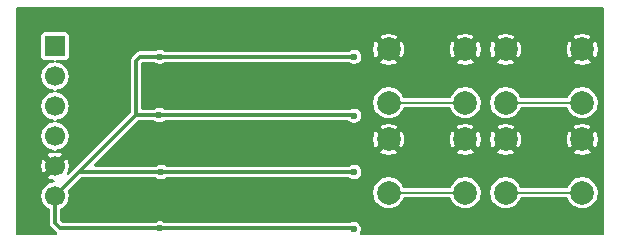
<source format=gbr>
%TF.GenerationSoftware,KiCad,Pcbnew,9.0.6-9.0.6~ubuntu24.04.1*%
%TF.CreationDate,2026-01-17T19:09:57-03:00*%
%TF.ProjectId,cotti_buttons,636f7474-695f-4627-9574-746f6e732e6b,0.0*%
%TF.SameCoordinates,Original*%
%TF.FileFunction,Copper,L2,Bot*%
%TF.FilePolarity,Positive*%
%FSLAX46Y46*%
G04 Gerber Fmt 4.6, Leading zero omitted, Abs format (unit mm)*
G04 Created by KiCad (PCBNEW 9.0.6-9.0.6~ubuntu24.04.1) date 2026-01-17 19:09:57*
%MOMM*%
%LPD*%
G01*
G04 APERTURE LIST*
%TA.AperFunction,ComponentPad*%
%ADD10C,2.000000*%
%TD*%
%TA.AperFunction,ComponentPad*%
%ADD11R,1.700000X1.700000*%
%TD*%
%TA.AperFunction,ComponentPad*%
%ADD12C,1.700000*%
%TD*%
%TA.AperFunction,ViaPad*%
%ADD13C,0.600000*%
%TD*%
%TA.AperFunction,Conductor*%
%ADD14C,0.300000*%
%TD*%
%TA.AperFunction,Conductor*%
%ADD15C,0.200000*%
%TD*%
G04 APERTURE END LIST*
D10*
%TO.P,SW1,1,1*%
%TO.N,GND*%
X159056000Y-105700000D03*
X165556000Y-105700000D03*
%TO.P,SW1,2,2*%
%TO.N,Net-(R5-Pad2)*%
X159056000Y-110200000D03*
X165556000Y-110200000D03*
%TD*%
%TO.P,SW3,1,1*%
%TO.N,GND*%
X159056000Y-113320000D03*
X165556000Y-113320000D03*
%TO.P,SW3,2,2*%
%TO.N,Net-(R10-Pad1)*%
X159056000Y-117820000D03*
X165556000Y-117820000D03*
%TD*%
%TO.P,SW2,1,1*%
%TO.N,GND*%
X168962000Y-105700000D03*
X175462000Y-105700000D03*
%TO.P,SW2,2,2*%
%TO.N,Net-(R7-Pad2)*%
X168962000Y-110200000D03*
X175462000Y-110200000D03*
%TD*%
D11*
%TO.P,J1,1,IO1*%
%TO.N,Net-(J1-IO1)*%
X130810000Y-105410000D03*
D12*
%TO.P,J1,2,IO2/PWM*%
%TO.N,Net-(J1-IO2{slash}PWM)*%
X130810000Y-107950000D03*
%TO.P,J1,3,IO3*%
%TO.N,Net-(J1-IO3)*%
X130810000Y-110490000D03*
%TO.P,J1,4,IO4*%
%TO.N,Net-(J1-IO4)*%
X130810000Y-113030000D03*
%TO.P,J1,5,GND*%
%TO.N,GND*%
X130810000Y-115570000D03*
%TO.P,J1,6,VCC*%
%TO.N,VCC*%
X130810000Y-118110000D03*
%TD*%
D10*
%TO.P,SW4,1,1*%
%TO.N,GND*%
X168962000Y-113320000D03*
X175462000Y-113320000D03*
%TO.P,SW4,2,2*%
%TO.N,Net-(R11-Pad2)*%
X168962000Y-117820000D03*
X175462000Y-117820000D03*
%TD*%
D13*
%TO.N,GND*%
X145796000Y-103530400D03*
X145745200Y-118008400D03*
X145745200Y-113080800D03*
X145796000Y-108356400D03*
%TO.N,VCC*%
X156159200Y-111302800D03*
X156108400Y-120904000D03*
X139700000Y-106324400D03*
X139801600Y-116078000D03*
X139649200Y-111252000D03*
X156159200Y-116078000D03*
X156159200Y-106324400D03*
X139700000Y-120853200D03*
%TD*%
D14*
%TO.N,VCC*%
X156108400Y-111252000D02*
X156159200Y-111302800D01*
X132842000Y-116078000D02*
X139801600Y-116078000D01*
X130810000Y-120396000D02*
X131267200Y-120853200D01*
X130810000Y-118110000D02*
X137668000Y-111252000D01*
X139801600Y-116078000D02*
X156159200Y-116078000D01*
X139700000Y-120853200D02*
X156057600Y-120853200D01*
X137668000Y-111252000D02*
X139649200Y-111252000D01*
X139700000Y-106324400D02*
X156159200Y-106324400D01*
X131267200Y-120853200D02*
X139700000Y-120853200D01*
X135839200Y-113080800D02*
X137668000Y-111252000D01*
X139649200Y-111252000D02*
X156108400Y-111252000D01*
X137668000Y-111252000D02*
X137668000Y-106680000D01*
X137668000Y-106680000D02*
X138049000Y-106299000D01*
D15*
X130810000Y-118110000D02*
X135839200Y-113080800D01*
X130810000Y-118110000D02*
X132842000Y-116078000D01*
D14*
X139674600Y-106299000D02*
X139700000Y-106324400D01*
X138049000Y-106299000D02*
X139674600Y-106299000D01*
X156057600Y-120853200D02*
X156108400Y-120904000D01*
X130810000Y-118110000D02*
X130810000Y-120396000D01*
D15*
%TO.N,Net-(R5-Pad2)*%
X165504000Y-110200000D02*
X159004000Y-110200000D01*
%TO.N,Net-(R7-Pad2)*%
X175410000Y-110200000D02*
X168910000Y-110200000D01*
%TO.N,Net-(R10-Pad1)*%
X165504000Y-117820000D02*
X159004000Y-117820000D01*
%TO.N,Net-(R11-Pad2)*%
X175410000Y-117820000D02*
X168910000Y-117820000D01*
%TD*%
%TA.AperFunction,Conductor*%
%TO.N,GND*%
G36*
X177235039Y-102127685D02*
G01*
X177280794Y-102180489D01*
X177292000Y-102232000D01*
X177292000Y-121288000D01*
X177272315Y-121355039D01*
X177219511Y-121400794D01*
X177168000Y-121412000D01*
X156723278Y-121412000D01*
X156656239Y-121392315D01*
X156610484Y-121339511D01*
X156600540Y-121270353D01*
X156615891Y-121226000D01*
X156630718Y-121200319D01*
X156667977Y-121135784D01*
X156708900Y-120983057D01*
X156708900Y-120824943D01*
X156667977Y-120672216D01*
X156667973Y-120672209D01*
X156588924Y-120535290D01*
X156588918Y-120535282D01*
X156477117Y-120423481D01*
X156477109Y-120423475D01*
X156340190Y-120344426D01*
X156340186Y-120344424D01*
X156340184Y-120344423D01*
X156187457Y-120303500D01*
X156029343Y-120303500D01*
X155876616Y-120344423D01*
X155876613Y-120344424D01*
X155838583Y-120366381D01*
X155804449Y-120386087D01*
X155742452Y-120402700D01*
X140149931Y-120402700D01*
X140082892Y-120383015D01*
X140074443Y-120377075D01*
X140068709Y-120372675D01*
X139931790Y-120293626D01*
X139931786Y-120293624D01*
X139931784Y-120293623D01*
X139779057Y-120252700D01*
X139620943Y-120252700D01*
X139468216Y-120293623D01*
X139468209Y-120293626D01*
X139331290Y-120372675D01*
X139325557Y-120377075D01*
X139260388Y-120402270D01*
X139250069Y-120402700D01*
X131505165Y-120402700D01*
X131475724Y-120394055D01*
X131445738Y-120387532D01*
X131440722Y-120383777D01*
X131438126Y-120383015D01*
X131417484Y-120366381D01*
X131296819Y-120245716D01*
X131263334Y-120184393D01*
X131260500Y-120158035D01*
X131260500Y-119247683D01*
X131280185Y-119180644D01*
X131328204Y-119137198D01*
X131412994Y-119093996D01*
X131559501Y-118987553D01*
X131687553Y-118859501D01*
X131793996Y-118712994D01*
X131876211Y-118551639D01*
X131932171Y-118379409D01*
X131957340Y-118220500D01*
X131960500Y-118200551D01*
X131960500Y-118019448D01*
X131932170Y-117840587D01*
X131903093Y-117751093D01*
X131903093Y-117751092D01*
X131902782Y-117750137D01*
X131901840Y-117717648D01*
X157755500Y-117717648D01*
X157755500Y-117922351D01*
X157787522Y-118124534D01*
X157850781Y-118319223D01*
X157943715Y-118501613D01*
X158064028Y-118667213D01*
X158208786Y-118811971D01*
X158363749Y-118924556D01*
X158374390Y-118932287D01*
X158482865Y-118987558D01*
X158556776Y-119025218D01*
X158556778Y-119025218D01*
X158556781Y-119025220D01*
X158661137Y-119059127D01*
X158751465Y-119088477D01*
X158852557Y-119104488D01*
X158953648Y-119120500D01*
X158953649Y-119120500D01*
X159158351Y-119120500D01*
X159158352Y-119120500D01*
X159360534Y-119088477D01*
X159555219Y-119025220D01*
X159737610Y-118932287D01*
X159837802Y-118859494D01*
X159903213Y-118811971D01*
X159903215Y-118811968D01*
X159903219Y-118811966D01*
X160047966Y-118667219D01*
X160047968Y-118667215D01*
X160047971Y-118667213D01*
X160131941Y-118551636D01*
X160168287Y-118501610D01*
X160261220Y-118319219D01*
X160265457Y-118306180D01*
X160304895Y-118248505D01*
X160369254Y-118221308D01*
X160383387Y-118220500D01*
X164228613Y-118220500D01*
X164295652Y-118240185D01*
X164341407Y-118292989D01*
X164346543Y-118306180D01*
X164350779Y-118319219D01*
X164443715Y-118501613D01*
X164564028Y-118667213D01*
X164708786Y-118811971D01*
X164863749Y-118924556D01*
X164874390Y-118932287D01*
X164982865Y-118987558D01*
X165056776Y-119025218D01*
X165056778Y-119025218D01*
X165056781Y-119025220D01*
X165161137Y-119059127D01*
X165251465Y-119088477D01*
X165352557Y-119104488D01*
X165453648Y-119120500D01*
X165453649Y-119120500D01*
X165658351Y-119120500D01*
X165658352Y-119120500D01*
X165860534Y-119088477D01*
X166055219Y-119025220D01*
X166237610Y-118932287D01*
X166337802Y-118859494D01*
X166403213Y-118811971D01*
X166403215Y-118811968D01*
X166403219Y-118811966D01*
X166547966Y-118667219D01*
X166547968Y-118667215D01*
X166547971Y-118667213D01*
X166631941Y-118551636D01*
X166668287Y-118501610D01*
X166761220Y-118319219D01*
X166824477Y-118124534D01*
X166856500Y-117922352D01*
X166856500Y-117717648D01*
X167661500Y-117717648D01*
X167661500Y-117922351D01*
X167693522Y-118124534D01*
X167756781Y-118319223D01*
X167849715Y-118501613D01*
X167970028Y-118667213D01*
X168114786Y-118811971D01*
X168269749Y-118924556D01*
X168280390Y-118932287D01*
X168388865Y-118987558D01*
X168462776Y-119025218D01*
X168462778Y-119025218D01*
X168462781Y-119025220D01*
X168567137Y-119059127D01*
X168657465Y-119088477D01*
X168758557Y-119104488D01*
X168859648Y-119120500D01*
X168859649Y-119120500D01*
X169064351Y-119120500D01*
X169064352Y-119120500D01*
X169266534Y-119088477D01*
X169461219Y-119025220D01*
X169643610Y-118932287D01*
X169743802Y-118859494D01*
X169809213Y-118811971D01*
X169809215Y-118811968D01*
X169809219Y-118811966D01*
X169953966Y-118667219D01*
X169953968Y-118667215D01*
X169953971Y-118667213D01*
X170037941Y-118551636D01*
X170074287Y-118501610D01*
X170167220Y-118319219D01*
X170171457Y-118306180D01*
X170210895Y-118248505D01*
X170275254Y-118221308D01*
X170289387Y-118220500D01*
X174134613Y-118220500D01*
X174201652Y-118240185D01*
X174247407Y-118292989D01*
X174252543Y-118306180D01*
X174256779Y-118319219D01*
X174349715Y-118501613D01*
X174470028Y-118667213D01*
X174614786Y-118811971D01*
X174769749Y-118924556D01*
X174780390Y-118932287D01*
X174888865Y-118987558D01*
X174962776Y-119025218D01*
X174962778Y-119025218D01*
X174962781Y-119025220D01*
X175067137Y-119059127D01*
X175157465Y-119088477D01*
X175258557Y-119104488D01*
X175359648Y-119120500D01*
X175359649Y-119120500D01*
X175564351Y-119120500D01*
X175564352Y-119120500D01*
X175766534Y-119088477D01*
X175961219Y-119025220D01*
X176143610Y-118932287D01*
X176243802Y-118859494D01*
X176309213Y-118811971D01*
X176309215Y-118811968D01*
X176309219Y-118811966D01*
X176453966Y-118667219D01*
X176453968Y-118667215D01*
X176453971Y-118667213D01*
X176537941Y-118551636D01*
X176574287Y-118501610D01*
X176667220Y-118319219D01*
X176730477Y-118124534D01*
X176762500Y-117922352D01*
X176762500Y-117717648D01*
X176730477Y-117515466D01*
X176667220Y-117320781D01*
X176667218Y-117320778D01*
X176667218Y-117320776D01*
X176633503Y-117254607D01*
X176574287Y-117138390D01*
X176565288Y-117126004D01*
X176453971Y-116972786D01*
X176309213Y-116828028D01*
X176143613Y-116707715D01*
X176143612Y-116707714D01*
X176143610Y-116707713D01*
X176086274Y-116678499D01*
X175961223Y-116614781D01*
X175766534Y-116551522D01*
X175591995Y-116523878D01*
X175564352Y-116519500D01*
X175359648Y-116519500D01*
X175335329Y-116523351D01*
X175157465Y-116551522D01*
X174962776Y-116614781D01*
X174780386Y-116707715D01*
X174614786Y-116828028D01*
X174470028Y-116972786D01*
X174349715Y-117138386D01*
X174256779Y-117320780D01*
X174252543Y-117333820D01*
X174213105Y-117391495D01*
X174148746Y-117418692D01*
X174134613Y-117419500D01*
X170289387Y-117419500D01*
X170222348Y-117399815D01*
X170176593Y-117347011D01*
X170171457Y-117333820D01*
X170167220Y-117320780D01*
X170135037Y-117257620D01*
X170074287Y-117138390D01*
X170065288Y-117126004D01*
X169953971Y-116972786D01*
X169809213Y-116828028D01*
X169643613Y-116707715D01*
X169643612Y-116707714D01*
X169643610Y-116707713D01*
X169586274Y-116678499D01*
X169461223Y-116614781D01*
X169266534Y-116551522D01*
X169091995Y-116523878D01*
X169064352Y-116519500D01*
X168859648Y-116519500D01*
X168835329Y-116523351D01*
X168657465Y-116551522D01*
X168462776Y-116614781D01*
X168280386Y-116707715D01*
X168114786Y-116828028D01*
X167970028Y-116972786D01*
X167849715Y-117138386D01*
X167756781Y-117320776D01*
X167693522Y-117515465D01*
X167661500Y-117717648D01*
X166856500Y-117717648D01*
X166824477Y-117515466D01*
X166761220Y-117320781D01*
X166761218Y-117320778D01*
X166761218Y-117320776D01*
X166727503Y-117254607D01*
X166668287Y-117138390D01*
X166659288Y-117126004D01*
X166547971Y-116972786D01*
X166403213Y-116828028D01*
X166237613Y-116707715D01*
X166237612Y-116707714D01*
X166237610Y-116707713D01*
X166180274Y-116678499D01*
X166055223Y-116614781D01*
X165860534Y-116551522D01*
X165685995Y-116523878D01*
X165658352Y-116519500D01*
X165453648Y-116519500D01*
X165429329Y-116523351D01*
X165251465Y-116551522D01*
X165056776Y-116614781D01*
X164874386Y-116707715D01*
X164708786Y-116828028D01*
X164564028Y-116972786D01*
X164443715Y-117138386D01*
X164350779Y-117320780D01*
X164346543Y-117333820D01*
X164307105Y-117391495D01*
X164242746Y-117418692D01*
X164228613Y-117419500D01*
X160383387Y-117419500D01*
X160316348Y-117399815D01*
X160270593Y-117347011D01*
X160265457Y-117333820D01*
X160261220Y-117320780D01*
X160229037Y-117257620D01*
X160168287Y-117138390D01*
X160159288Y-117126004D01*
X160047971Y-116972786D01*
X159903213Y-116828028D01*
X159737613Y-116707715D01*
X159737612Y-116707714D01*
X159737610Y-116707713D01*
X159680274Y-116678499D01*
X159555223Y-116614781D01*
X159360534Y-116551522D01*
X159185995Y-116523878D01*
X159158352Y-116519500D01*
X158953648Y-116519500D01*
X158929329Y-116523351D01*
X158751465Y-116551522D01*
X158556776Y-116614781D01*
X158374386Y-116707715D01*
X158208786Y-116828028D01*
X158064028Y-116972786D01*
X157943715Y-117138386D01*
X157850781Y-117320776D01*
X157787522Y-117515465D01*
X157755500Y-117717648D01*
X131901840Y-117717648D01*
X131900756Y-117680297D01*
X131933013Y-117624089D01*
X132992284Y-116564819D01*
X133053607Y-116531334D01*
X133079965Y-116528500D01*
X139351669Y-116528500D01*
X139418708Y-116548185D01*
X139427157Y-116554125D01*
X139432881Y-116558517D01*
X139432884Y-116558520D01*
X139432887Y-116558521D01*
X139432890Y-116558524D01*
X139566643Y-116635745D01*
X139569816Y-116637577D01*
X139722543Y-116678500D01*
X139722545Y-116678500D01*
X139880655Y-116678500D01*
X139880657Y-116678500D01*
X140033384Y-116637577D01*
X140170316Y-116558520D01*
X140170321Y-116558514D01*
X140176043Y-116554125D01*
X140241212Y-116528930D01*
X140251531Y-116528500D01*
X155709269Y-116528500D01*
X155776308Y-116548185D01*
X155784757Y-116554125D01*
X155790481Y-116558517D01*
X155790484Y-116558520D01*
X155790487Y-116558521D01*
X155790490Y-116558524D01*
X155924243Y-116635745D01*
X155927416Y-116637577D01*
X156080143Y-116678500D01*
X156080145Y-116678500D01*
X156238255Y-116678500D01*
X156238257Y-116678500D01*
X156390984Y-116637577D01*
X156527916Y-116558520D01*
X156639720Y-116446716D01*
X156718777Y-116309784D01*
X156759700Y-116157057D01*
X156759700Y-115998943D01*
X156718777Y-115846216D01*
X156670729Y-115762993D01*
X156639724Y-115709290D01*
X156639718Y-115709282D01*
X156527917Y-115597481D01*
X156527909Y-115597475D01*
X156390990Y-115518426D01*
X156390986Y-115518424D01*
X156390984Y-115518423D01*
X156238257Y-115477500D01*
X156080143Y-115477500D01*
X155927416Y-115518423D01*
X155927409Y-115518426D01*
X155790490Y-115597475D01*
X155784757Y-115601875D01*
X155719588Y-115627070D01*
X155709269Y-115627500D01*
X140251531Y-115627500D01*
X140184492Y-115607815D01*
X140176043Y-115601875D01*
X140170309Y-115597475D01*
X140033390Y-115518426D01*
X140033386Y-115518424D01*
X140033384Y-115518423D01*
X139880657Y-115477500D01*
X139722543Y-115477500D01*
X139569816Y-115518423D01*
X139569809Y-115518426D01*
X139432890Y-115597475D01*
X139427157Y-115601875D01*
X139361988Y-115627070D01*
X139351669Y-115627500D01*
X134228965Y-115627500D01*
X134161926Y-115607815D01*
X134116171Y-115555011D01*
X134106227Y-115485853D01*
X134135252Y-115422297D01*
X134141284Y-115415819D01*
X135292570Y-114264534D01*
X136339422Y-113217682D01*
X157756000Y-113217682D01*
X157756000Y-113422317D01*
X157788009Y-113624417D01*
X157851244Y-113819031D01*
X157944141Y-114001350D01*
X157944147Y-114001359D01*
X157976523Y-114045921D01*
X157976524Y-114045922D01*
X158532212Y-113490234D01*
X158543482Y-113532292D01*
X158615890Y-113657708D01*
X158718292Y-113760110D01*
X158843708Y-113832518D01*
X158885765Y-113843787D01*
X158330076Y-114399474D01*
X158374650Y-114431859D01*
X158556968Y-114524755D01*
X158751582Y-114587990D01*
X158953683Y-114620000D01*
X159158317Y-114620000D01*
X159360417Y-114587990D01*
X159555031Y-114524755D01*
X159737349Y-114431859D01*
X159781921Y-114399474D01*
X159226234Y-113843787D01*
X159268292Y-113832518D01*
X159393708Y-113760110D01*
X159496110Y-113657708D01*
X159568518Y-113532292D01*
X159579787Y-113490234D01*
X160135474Y-114045921D01*
X160167859Y-114001349D01*
X160260755Y-113819031D01*
X160323990Y-113624417D01*
X160356000Y-113422317D01*
X160356000Y-113217682D01*
X164256000Y-113217682D01*
X164256000Y-113422317D01*
X164288009Y-113624417D01*
X164351244Y-113819031D01*
X164444141Y-114001350D01*
X164444147Y-114001359D01*
X164476523Y-114045921D01*
X164476524Y-114045922D01*
X165032212Y-113490234D01*
X165043482Y-113532292D01*
X165115890Y-113657708D01*
X165218292Y-113760110D01*
X165343708Y-113832518D01*
X165385765Y-113843787D01*
X164830076Y-114399474D01*
X164874650Y-114431859D01*
X165056968Y-114524755D01*
X165251582Y-114587990D01*
X165453683Y-114620000D01*
X165658317Y-114620000D01*
X165860417Y-114587990D01*
X166055031Y-114524755D01*
X166237349Y-114431859D01*
X166281922Y-114399474D01*
X165726234Y-113843787D01*
X165768292Y-113832518D01*
X165893708Y-113760110D01*
X165996110Y-113657708D01*
X166068518Y-113532292D01*
X166079787Y-113490234D01*
X166635474Y-114045921D01*
X166667859Y-114001349D01*
X166760755Y-113819031D01*
X166823990Y-113624417D01*
X166856000Y-113422317D01*
X166856000Y-113217682D01*
X167662000Y-113217682D01*
X167662000Y-113422317D01*
X167694009Y-113624417D01*
X167757244Y-113819031D01*
X167850141Y-114001350D01*
X167850147Y-114001359D01*
X167882523Y-114045921D01*
X167882524Y-114045922D01*
X168438212Y-113490234D01*
X168449482Y-113532292D01*
X168521890Y-113657708D01*
X168624292Y-113760110D01*
X168749708Y-113832518D01*
X168791765Y-113843787D01*
X168236076Y-114399474D01*
X168280650Y-114431859D01*
X168462968Y-114524755D01*
X168657582Y-114587990D01*
X168859683Y-114620000D01*
X169064317Y-114620000D01*
X169266417Y-114587990D01*
X169461031Y-114524755D01*
X169643349Y-114431859D01*
X169687922Y-114399474D01*
X169132234Y-113843787D01*
X169174292Y-113832518D01*
X169299708Y-113760110D01*
X169402110Y-113657708D01*
X169474518Y-113532292D01*
X169485787Y-113490235D01*
X170041474Y-114045922D01*
X170041474Y-114045921D01*
X170073859Y-114001349D01*
X170166755Y-113819031D01*
X170229990Y-113624417D01*
X170262000Y-113422317D01*
X170262000Y-113217682D01*
X174162000Y-113217682D01*
X174162000Y-113422317D01*
X174194009Y-113624417D01*
X174257244Y-113819031D01*
X174350141Y-114001350D01*
X174350147Y-114001359D01*
X174382523Y-114045921D01*
X174382524Y-114045922D01*
X174938212Y-113490234D01*
X174949482Y-113532292D01*
X175021890Y-113657708D01*
X175124292Y-113760110D01*
X175249708Y-113832518D01*
X175291765Y-113843787D01*
X174736076Y-114399474D01*
X174780650Y-114431859D01*
X174962968Y-114524755D01*
X175157582Y-114587990D01*
X175359683Y-114620000D01*
X175564317Y-114620000D01*
X175766417Y-114587990D01*
X175961031Y-114524755D01*
X176143349Y-114431859D01*
X176187921Y-114399474D01*
X175632234Y-113843787D01*
X175674292Y-113832518D01*
X175799708Y-113760110D01*
X175902110Y-113657708D01*
X175974518Y-113532292D01*
X175985787Y-113490235D01*
X176541474Y-114045922D01*
X176541474Y-114045921D01*
X176573859Y-114001349D01*
X176666755Y-113819031D01*
X176729990Y-113624417D01*
X176762000Y-113422317D01*
X176762000Y-113217682D01*
X176729990Y-113015582D01*
X176666755Y-112820968D01*
X176573859Y-112638650D01*
X176541474Y-112594077D01*
X176541474Y-112594076D01*
X175985787Y-113149764D01*
X175974518Y-113107708D01*
X175902110Y-112982292D01*
X175799708Y-112879890D01*
X175674292Y-112807482D01*
X175632233Y-112796212D01*
X176187922Y-112240524D01*
X176187921Y-112240523D01*
X176143359Y-112208147D01*
X176143350Y-112208141D01*
X175961031Y-112115244D01*
X175766417Y-112052009D01*
X175564317Y-112020000D01*
X175359683Y-112020000D01*
X175157582Y-112052009D01*
X174962968Y-112115244D01*
X174780644Y-112208143D01*
X174736077Y-112240523D01*
X174736077Y-112240524D01*
X175291766Y-112796212D01*
X175249708Y-112807482D01*
X175124292Y-112879890D01*
X175021890Y-112982292D01*
X174949482Y-113107708D01*
X174938212Y-113149765D01*
X174382524Y-112594077D01*
X174382523Y-112594077D01*
X174350143Y-112638644D01*
X174257244Y-112820968D01*
X174194009Y-113015582D01*
X174162000Y-113217682D01*
X170262000Y-113217682D01*
X170229990Y-113015582D01*
X170166755Y-112820968D01*
X170073859Y-112638650D01*
X170041474Y-112594077D01*
X170041474Y-112594076D01*
X169485787Y-113149764D01*
X169474518Y-113107708D01*
X169402110Y-112982292D01*
X169299708Y-112879890D01*
X169174292Y-112807482D01*
X169132233Y-112796212D01*
X169687922Y-112240524D01*
X169687921Y-112240523D01*
X169643359Y-112208147D01*
X169643350Y-112208141D01*
X169461031Y-112115244D01*
X169266417Y-112052009D01*
X169064317Y-112020000D01*
X168859683Y-112020000D01*
X168657582Y-112052009D01*
X168462968Y-112115244D01*
X168280644Y-112208143D01*
X168236077Y-112240523D01*
X168236077Y-112240524D01*
X168791766Y-112796212D01*
X168749708Y-112807482D01*
X168624292Y-112879890D01*
X168521890Y-112982292D01*
X168449482Y-113107708D01*
X168438212Y-113149765D01*
X167882524Y-112594077D01*
X167882523Y-112594077D01*
X167850143Y-112638644D01*
X167757244Y-112820968D01*
X167694009Y-113015582D01*
X167662000Y-113217682D01*
X166856000Y-113217682D01*
X166823990Y-113015582D01*
X166760755Y-112820968D01*
X166667859Y-112638650D01*
X166635474Y-112594077D01*
X166635474Y-112594076D01*
X166079787Y-113149764D01*
X166068518Y-113107708D01*
X165996110Y-112982292D01*
X165893708Y-112879890D01*
X165768292Y-112807482D01*
X165726233Y-112796212D01*
X166281922Y-112240524D01*
X166281921Y-112240523D01*
X166237359Y-112208147D01*
X166237350Y-112208141D01*
X166055031Y-112115244D01*
X165860417Y-112052009D01*
X165658317Y-112020000D01*
X165453683Y-112020000D01*
X165251582Y-112052009D01*
X165056968Y-112115244D01*
X164874644Y-112208143D01*
X164830077Y-112240523D01*
X164830077Y-112240524D01*
X165385766Y-112796212D01*
X165343708Y-112807482D01*
X165218292Y-112879890D01*
X165115890Y-112982292D01*
X165043482Y-113107708D01*
X165032212Y-113149765D01*
X164476524Y-112594077D01*
X164476523Y-112594077D01*
X164444143Y-112638644D01*
X164351244Y-112820968D01*
X164288009Y-113015582D01*
X164256000Y-113217682D01*
X160356000Y-113217682D01*
X160323990Y-113015582D01*
X160260755Y-112820968D01*
X160167859Y-112638650D01*
X160135474Y-112594077D01*
X160135474Y-112594076D01*
X159579787Y-113149764D01*
X159568518Y-113107708D01*
X159496110Y-112982292D01*
X159393708Y-112879890D01*
X159268292Y-112807482D01*
X159226233Y-112796212D01*
X159781922Y-112240524D01*
X159781921Y-112240523D01*
X159737359Y-112208147D01*
X159737350Y-112208141D01*
X159555031Y-112115244D01*
X159360417Y-112052009D01*
X159158317Y-112020000D01*
X158953683Y-112020000D01*
X158751582Y-112052009D01*
X158556968Y-112115244D01*
X158374644Y-112208143D01*
X158330077Y-112240523D01*
X158330077Y-112240524D01*
X158885766Y-112796212D01*
X158843708Y-112807482D01*
X158718292Y-112879890D01*
X158615890Y-112982292D01*
X158543482Y-113107708D01*
X158532212Y-113149765D01*
X157976524Y-112594077D01*
X157976523Y-112594077D01*
X157944143Y-112638644D01*
X157851244Y-112820968D01*
X157788009Y-113015582D01*
X157756000Y-113217682D01*
X136339422Y-113217682D01*
X137818285Y-111738819D01*
X137879608Y-111705334D01*
X137905966Y-111702500D01*
X139199269Y-111702500D01*
X139266308Y-111722185D01*
X139274757Y-111728125D01*
X139280481Y-111732517D01*
X139280484Y-111732520D01*
X139280487Y-111732521D01*
X139280490Y-111732524D01*
X139417409Y-111811573D01*
X139417416Y-111811577D01*
X139570143Y-111852500D01*
X139570145Y-111852500D01*
X139728255Y-111852500D01*
X139728257Y-111852500D01*
X139880984Y-111811577D01*
X140017916Y-111732520D01*
X140017921Y-111732514D01*
X140023643Y-111728125D01*
X140088812Y-111702930D01*
X140099131Y-111702500D01*
X155658302Y-111702500D01*
X155725341Y-111722185D01*
X155745983Y-111738819D01*
X155790484Y-111783320D01*
X155790486Y-111783321D01*
X155790490Y-111783324D01*
X155914401Y-111854863D01*
X155927416Y-111862377D01*
X156080143Y-111903300D01*
X156080145Y-111903300D01*
X156238255Y-111903300D01*
X156238257Y-111903300D01*
X156390984Y-111862377D01*
X156527916Y-111783320D01*
X156639720Y-111671516D01*
X156718777Y-111534584D01*
X156759700Y-111381857D01*
X156759700Y-111223743D01*
X156718777Y-111071016D01*
X156705038Y-111047219D01*
X156639724Y-110934090D01*
X156639718Y-110934082D01*
X156527917Y-110822281D01*
X156527909Y-110822275D01*
X156390990Y-110743226D01*
X156390986Y-110743224D01*
X156390984Y-110743223D01*
X156238257Y-110702300D01*
X156080143Y-110702300D01*
X155927416Y-110743223D01*
X155927413Y-110743224D01*
X155899379Y-110759410D01*
X155855249Y-110784887D01*
X155793252Y-110801500D01*
X140099131Y-110801500D01*
X140032092Y-110781815D01*
X140023643Y-110775875D01*
X140017909Y-110771475D01*
X139880990Y-110692426D01*
X139880986Y-110692424D01*
X139880984Y-110692423D01*
X139728257Y-110651500D01*
X139570143Y-110651500D01*
X139417416Y-110692423D01*
X139417409Y-110692426D01*
X139280490Y-110771475D01*
X139274757Y-110775875D01*
X139209588Y-110801070D01*
X139199269Y-110801500D01*
X138242500Y-110801500D01*
X138175461Y-110781815D01*
X138129706Y-110729011D01*
X138118500Y-110677500D01*
X138118500Y-110097648D01*
X157755500Y-110097648D01*
X157755500Y-110302351D01*
X157787522Y-110504534D01*
X157850781Y-110699223D01*
X157943715Y-110881613D01*
X158064028Y-111047213D01*
X158208786Y-111191971D01*
X158363749Y-111304556D01*
X158374390Y-111312287D01*
X158482865Y-111367558D01*
X158556776Y-111405218D01*
X158556778Y-111405218D01*
X158556781Y-111405220D01*
X158661137Y-111439127D01*
X158751465Y-111468477D01*
X158852557Y-111484488D01*
X158953648Y-111500500D01*
X158953649Y-111500500D01*
X159158351Y-111500500D01*
X159158352Y-111500500D01*
X159360534Y-111468477D01*
X159555219Y-111405220D01*
X159737610Y-111312287D01*
X159859479Y-111223745D01*
X159903213Y-111191971D01*
X159903215Y-111191968D01*
X159903219Y-111191966D01*
X160047966Y-111047219D01*
X160047968Y-111047215D01*
X160047971Y-111047213D01*
X160130158Y-110934090D01*
X160168287Y-110881610D01*
X160261220Y-110699219D01*
X160265457Y-110686180D01*
X160304895Y-110628505D01*
X160369254Y-110601308D01*
X160383387Y-110600500D01*
X164228613Y-110600500D01*
X164295652Y-110620185D01*
X164341407Y-110672989D01*
X164346543Y-110686180D01*
X164350779Y-110699219D01*
X164443715Y-110881613D01*
X164564028Y-111047213D01*
X164708786Y-111191971D01*
X164863749Y-111304556D01*
X164874390Y-111312287D01*
X164982865Y-111367558D01*
X165056776Y-111405218D01*
X165056778Y-111405218D01*
X165056781Y-111405220D01*
X165161137Y-111439127D01*
X165251465Y-111468477D01*
X165352557Y-111484488D01*
X165453648Y-111500500D01*
X165453649Y-111500500D01*
X165658351Y-111500500D01*
X165658352Y-111500500D01*
X165860534Y-111468477D01*
X166055219Y-111405220D01*
X166237610Y-111312287D01*
X166359479Y-111223745D01*
X166403213Y-111191971D01*
X166403215Y-111191968D01*
X166403219Y-111191966D01*
X166547966Y-111047219D01*
X166547968Y-111047215D01*
X166547971Y-111047213D01*
X166630158Y-110934090D01*
X166668287Y-110881610D01*
X166761220Y-110699219D01*
X166824477Y-110504534D01*
X166856500Y-110302352D01*
X166856500Y-110097648D01*
X167661500Y-110097648D01*
X167661500Y-110302351D01*
X167693522Y-110504534D01*
X167756781Y-110699223D01*
X167849715Y-110881613D01*
X167970028Y-111047213D01*
X168114786Y-111191971D01*
X168269749Y-111304556D01*
X168280390Y-111312287D01*
X168388865Y-111367558D01*
X168462776Y-111405218D01*
X168462778Y-111405218D01*
X168462781Y-111405220D01*
X168567137Y-111439127D01*
X168657465Y-111468477D01*
X168758557Y-111484488D01*
X168859648Y-111500500D01*
X168859649Y-111500500D01*
X169064351Y-111500500D01*
X169064352Y-111500500D01*
X169266534Y-111468477D01*
X169461219Y-111405220D01*
X169643610Y-111312287D01*
X169765479Y-111223745D01*
X169809213Y-111191971D01*
X169809215Y-111191968D01*
X169809219Y-111191966D01*
X169953966Y-111047219D01*
X169953968Y-111047215D01*
X169953971Y-111047213D01*
X170036158Y-110934090D01*
X170074287Y-110881610D01*
X170167220Y-110699219D01*
X170171457Y-110686180D01*
X170210895Y-110628505D01*
X170275254Y-110601308D01*
X170289387Y-110600500D01*
X174134613Y-110600500D01*
X174201652Y-110620185D01*
X174247407Y-110672989D01*
X174252543Y-110686180D01*
X174256779Y-110699219D01*
X174349715Y-110881613D01*
X174470028Y-111047213D01*
X174614786Y-111191971D01*
X174769749Y-111304556D01*
X174780390Y-111312287D01*
X174888865Y-111367558D01*
X174962776Y-111405218D01*
X174962778Y-111405218D01*
X174962781Y-111405220D01*
X175067137Y-111439127D01*
X175157465Y-111468477D01*
X175258557Y-111484488D01*
X175359648Y-111500500D01*
X175359649Y-111500500D01*
X175564351Y-111500500D01*
X175564352Y-111500500D01*
X175766534Y-111468477D01*
X175961219Y-111405220D01*
X176143610Y-111312287D01*
X176265479Y-111223745D01*
X176309213Y-111191971D01*
X176309215Y-111191968D01*
X176309219Y-111191966D01*
X176453966Y-111047219D01*
X176453968Y-111047215D01*
X176453971Y-111047213D01*
X176536158Y-110934090D01*
X176574287Y-110881610D01*
X176667220Y-110699219D01*
X176730477Y-110504534D01*
X176762500Y-110302352D01*
X176762500Y-110097648D01*
X176730477Y-109895466D01*
X176667220Y-109700781D01*
X176667218Y-109700778D01*
X176667218Y-109700776D01*
X176633503Y-109634607D01*
X176574287Y-109518390D01*
X176565288Y-109506004D01*
X176453971Y-109352786D01*
X176309213Y-109208028D01*
X176143613Y-109087715D01*
X176143612Y-109087714D01*
X176143610Y-109087713D01*
X176086653Y-109058691D01*
X175961223Y-108994781D01*
X175766534Y-108931522D01*
X175591995Y-108903878D01*
X175564352Y-108899500D01*
X175359648Y-108899500D01*
X175335329Y-108903351D01*
X175157465Y-108931522D01*
X174962776Y-108994781D01*
X174780386Y-109087715D01*
X174614786Y-109208028D01*
X174470028Y-109352786D01*
X174349715Y-109518386D01*
X174256779Y-109700780D01*
X174252543Y-109713820D01*
X174213105Y-109771495D01*
X174148746Y-109798692D01*
X174134613Y-109799500D01*
X170289387Y-109799500D01*
X170222348Y-109779815D01*
X170176593Y-109727011D01*
X170171457Y-109713820D01*
X170167220Y-109700780D01*
X170135037Y-109637620D01*
X170074287Y-109518390D01*
X170065288Y-109506004D01*
X169953971Y-109352786D01*
X169809213Y-109208028D01*
X169643613Y-109087715D01*
X169643612Y-109087714D01*
X169643610Y-109087713D01*
X169586653Y-109058691D01*
X169461223Y-108994781D01*
X169266534Y-108931522D01*
X169091995Y-108903878D01*
X169064352Y-108899500D01*
X168859648Y-108899500D01*
X168835329Y-108903351D01*
X168657465Y-108931522D01*
X168462776Y-108994781D01*
X168280386Y-109087715D01*
X168114786Y-109208028D01*
X167970028Y-109352786D01*
X167849715Y-109518386D01*
X167756781Y-109700776D01*
X167693522Y-109895465D01*
X167661500Y-110097648D01*
X166856500Y-110097648D01*
X166824477Y-109895466D01*
X166761220Y-109700781D01*
X166761218Y-109700778D01*
X166761218Y-109700776D01*
X166727503Y-109634607D01*
X166668287Y-109518390D01*
X166659288Y-109506004D01*
X166547971Y-109352786D01*
X166403213Y-109208028D01*
X166237613Y-109087715D01*
X166237612Y-109087714D01*
X166237610Y-109087713D01*
X166180653Y-109058691D01*
X166055223Y-108994781D01*
X165860534Y-108931522D01*
X165685995Y-108903878D01*
X165658352Y-108899500D01*
X165453648Y-108899500D01*
X165429329Y-108903351D01*
X165251465Y-108931522D01*
X165056776Y-108994781D01*
X164874386Y-109087715D01*
X164708786Y-109208028D01*
X164564028Y-109352786D01*
X164443715Y-109518386D01*
X164350779Y-109700780D01*
X164346543Y-109713820D01*
X164307105Y-109771495D01*
X164242746Y-109798692D01*
X164228613Y-109799500D01*
X160383387Y-109799500D01*
X160316348Y-109779815D01*
X160270593Y-109727011D01*
X160265457Y-109713820D01*
X160261220Y-109700780D01*
X160229037Y-109637620D01*
X160168287Y-109518390D01*
X160159288Y-109506004D01*
X160047971Y-109352786D01*
X159903213Y-109208028D01*
X159737613Y-109087715D01*
X159737612Y-109087714D01*
X159737610Y-109087713D01*
X159680653Y-109058691D01*
X159555223Y-108994781D01*
X159360534Y-108931522D01*
X159185995Y-108903878D01*
X159158352Y-108899500D01*
X158953648Y-108899500D01*
X158929329Y-108903351D01*
X158751465Y-108931522D01*
X158556776Y-108994781D01*
X158374386Y-109087715D01*
X158208786Y-109208028D01*
X158064028Y-109352786D01*
X157943715Y-109518386D01*
X157850781Y-109700776D01*
X157787522Y-109895465D01*
X157755500Y-110097648D01*
X138118500Y-110097648D01*
X138118500Y-106917965D01*
X138127144Y-106888524D01*
X138133668Y-106858538D01*
X138137422Y-106853522D01*
X138138185Y-106850926D01*
X138154819Y-106830284D01*
X138199284Y-106785819D01*
X138260607Y-106752334D01*
X138286965Y-106749500D01*
X139224502Y-106749500D01*
X139291541Y-106769185D01*
X139312183Y-106785819D01*
X139331284Y-106804920D01*
X139331286Y-106804921D01*
X139331290Y-106804924D01*
X139410969Y-106850926D01*
X139468216Y-106883977D01*
X139620943Y-106924900D01*
X139620945Y-106924900D01*
X139779055Y-106924900D01*
X139779057Y-106924900D01*
X139931784Y-106883977D01*
X140068716Y-106804920D01*
X140068721Y-106804914D01*
X140074443Y-106800525D01*
X140139612Y-106775330D01*
X140149931Y-106774900D01*
X155709269Y-106774900D01*
X155776308Y-106794585D01*
X155784757Y-106800525D01*
X155790481Y-106804917D01*
X155790484Y-106804920D01*
X155790487Y-106804921D01*
X155790490Y-106804924D01*
X155870169Y-106850926D01*
X155927416Y-106883977D01*
X156080143Y-106924900D01*
X156080145Y-106924900D01*
X156238255Y-106924900D01*
X156238257Y-106924900D01*
X156390984Y-106883977D01*
X156527916Y-106804920D01*
X156639720Y-106693116D01*
X156718777Y-106556184D01*
X156759700Y-106403457D01*
X156759700Y-106245343D01*
X156718777Y-106092616D01*
X156667856Y-106004417D01*
X156639724Y-105955690D01*
X156639718Y-105955682D01*
X156527917Y-105843881D01*
X156527909Y-105843875D01*
X156390990Y-105764826D01*
X156390986Y-105764824D01*
X156390984Y-105764823D01*
X156238257Y-105723900D01*
X156080143Y-105723900D01*
X155927416Y-105764823D01*
X155927409Y-105764826D01*
X155790490Y-105843875D01*
X155784757Y-105848275D01*
X155719588Y-105873470D01*
X155709269Y-105873900D01*
X140149931Y-105873900D01*
X140082892Y-105854215D01*
X140074443Y-105848275D01*
X140068709Y-105843875D01*
X139931790Y-105764826D01*
X139931786Y-105764824D01*
X139931784Y-105764823D01*
X139779057Y-105723900D01*
X139620943Y-105723900D01*
X139468216Y-105764823D01*
X139468215Y-105764823D01*
X139352055Y-105831888D01*
X139290056Y-105848500D01*
X137989691Y-105848500D01*
X137920944Y-105866920D01*
X137875112Y-105879201D01*
X137875107Y-105879204D01*
X137831695Y-105904267D01*
X137831696Y-105904268D01*
X137772389Y-105938508D01*
X137772383Y-105938513D01*
X137307513Y-106403383D01*
X137307511Y-106403386D01*
X137248200Y-106506113D01*
X137248199Y-106506116D01*
X137241712Y-106530324D01*
X137241713Y-106530325D01*
X137217500Y-106620691D01*
X137217500Y-111014033D01*
X137197815Y-111081072D01*
X137181181Y-111101714D01*
X132018272Y-116264622D01*
X131956949Y-116298107D01*
X131887257Y-116293123D01*
X131831324Y-116251251D01*
X131806907Y-116185787D01*
X131820107Y-116120645D01*
X131875745Y-116011451D01*
X131875748Y-116011444D01*
X131931682Y-115839293D01*
X131960000Y-115660506D01*
X131960000Y-115479493D01*
X131931682Y-115300706D01*
X131875748Y-115128555D01*
X131875747Y-115128552D01*
X131793571Y-114967275D01*
X131793566Y-114967267D01*
X131782085Y-114951466D01*
X131292962Y-115440590D01*
X131275925Y-115377007D01*
X131210099Y-115262993D01*
X131117007Y-115169901D01*
X131002993Y-115104075D01*
X130939409Y-115087037D01*
X131428533Y-114597913D01*
X131412730Y-114586431D01*
X131251447Y-114504252D01*
X131251444Y-114504251D01*
X131079293Y-114448317D01*
X130917720Y-114422726D01*
X130854585Y-114392797D01*
X130817654Y-114333485D01*
X130818652Y-114263623D01*
X130857262Y-114205390D01*
X130917720Y-114177780D01*
X130932270Y-114175475D01*
X131079409Y-114152171D01*
X131251639Y-114096211D01*
X131412994Y-114013996D01*
X131559501Y-113907553D01*
X131687553Y-113779501D01*
X131793996Y-113632994D01*
X131876211Y-113471639D01*
X131932171Y-113299409D01*
X131946765Y-113207259D01*
X131960500Y-113120551D01*
X131960500Y-112939448D01*
X131933661Y-112770000D01*
X131932171Y-112760591D01*
X131892549Y-112638644D01*
X131876212Y-112588363D01*
X131876211Y-112588360D01*
X131847740Y-112532484D01*
X131793996Y-112427006D01*
X131780396Y-112408287D01*
X131687558Y-112280505D01*
X131687554Y-112280500D01*
X131559499Y-112152445D01*
X131559494Y-112152441D01*
X131412997Y-112046006D01*
X131412996Y-112046005D01*
X131412994Y-112046004D01*
X131361300Y-112019664D01*
X131251639Y-111963788D01*
X131251636Y-111963787D01*
X131079410Y-111907829D01*
X130919321Y-111882473D01*
X130856186Y-111852544D01*
X130819255Y-111793232D01*
X130820253Y-111723370D01*
X130858863Y-111665137D01*
X130919321Y-111637527D01*
X130989425Y-111626422D01*
X131079409Y-111612171D01*
X131251639Y-111556211D01*
X131412994Y-111473996D01*
X131559501Y-111367553D01*
X131687553Y-111239501D01*
X131793996Y-111092994D01*
X131876211Y-110931639D01*
X131932171Y-110759409D01*
X131957340Y-110600500D01*
X131960500Y-110580551D01*
X131960500Y-110399448D01*
X131944019Y-110295397D01*
X131932171Y-110220591D01*
X131876211Y-110048361D01*
X131876211Y-110048360D01*
X131847740Y-109992484D01*
X131793996Y-109887006D01*
X131730420Y-109799500D01*
X131687558Y-109740505D01*
X131687554Y-109740500D01*
X131559499Y-109612445D01*
X131559494Y-109612441D01*
X131412997Y-109506006D01*
X131412996Y-109506005D01*
X131412994Y-109506004D01*
X131361300Y-109479664D01*
X131251639Y-109423788D01*
X131251636Y-109423787D01*
X131079410Y-109367829D01*
X130919321Y-109342473D01*
X130856186Y-109312544D01*
X130819255Y-109253232D01*
X130820253Y-109183370D01*
X130858863Y-109125137D01*
X130919321Y-109097527D01*
X130989425Y-109086422D01*
X131079409Y-109072171D01*
X131251639Y-109016211D01*
X131412994Y-108933996D01*
X131559501Y-108827553D01*
X131687553Y-108699501D01*
X131793996Y-108552994D01*
X131876211Y-108391639D01*
X131932171Y-108219409D01*
X131946765Y-108127259D01*
X131960500Y-108040551D01*
X131960500Y-107859448D01*
X131944019Y-107755397D01*
X131932171Y-107680591D01*
X131876211Y-107508361D01*
X131876211Y-107508360D01*
X131847740Y-107452484D01*
X131793996Y-107347006D01*
X131780396Y-107328287D01*
X131687558Y-107200505D01*
X131687554Y-107200500D01*
X131559499Y-107072445D01*
X131559494Y-107072441D01*
X131412997Y-106966006D01*
X131412996Y-106966005D01*
X131412994Y-106966004D01*
X131361300Y-106939664D01*
X131251639Y-106883788D01*
X131251636Y-106883787D01*
X131079410Y-106827829D01*
X130947728Y-106806972D01*
X130884594Y-106777042D01*
X130847663Y-106717731D01*
X130848661Y-106647868D01*
X130887271Y-106589636D01*
X130951235Y-106561522D01*
X130967120Y-106560499D01*
X131704864Y-106560499D01*
X131704879Y-106560497D01*
X131704882Y-106560497D01*
X131729987Y-106557586D01*
X131729988Y-106557585D01*
X131729991Y-106557585D01*
X131832765Y-106512206D01*
X131912206Y-106432765D01*
X131957585Y-106329991D01*
X131960500Y-106304865D01*
X131960499Y-105597682D01*
X157756000Y-105597682D01*
X157756000Y-105802317D01*
X157788009Y-106004417D01*
X157851244Y-106199031D01*
X157944141Y-106381350D01*
X157944147Y-106381359D01*
X157976523Y-106425921D01*
X157976524Y-106425922D01*
X158532212Y-105870234D01*
X158543482Y-105912292D01*
X158615890Y-106037708D01*
X158718292Y-106140110D01*
X158843708Y-106212518D01*
X158885765Y-106223787D01*
X158330076Y-106779474D01*
X158374650Y-106811859D01*
X158556968Y-106904755D01*
X158751582Y-106967990D01*
X158953683Y-107000000D01*
X159158317Y-107000000D01*
X159360417Y-106967990D01*
X159555031Y-106904755D01*
X159737349Y-106811859D01*
X159781921Y-106779474D01*
X159226234Y-106223787D01*
X159268292Y-106212518D01*
X159393708Y-106140110D01*
X159496110Y-106037708D01*
X159568518Y-105912292D01*
X159579787Y-105870234D01*
X160135474Y-106425921D01*
X160167859Y-106381349D01*
X160260755Y-106199031D01*
X160323990Y-106004417D01*
X160356000Y-105802317D01*
X160356000Y-105597682D01*
X164256000Y-105597682D01*
X164256000Y-105802317D01*
X164288009Y-106004417D01*
X164351244Y-106199031D01*
X164444141Y-106381350D01*
X164444147Y-106381359D01*
X164476523Y-106425921D01*
X164476524Y-106425922D01*
X165032212Y-105870234D01*
X165043482Y-105912292D01*
X165115890Y-106037708D01*
X165218292Y-106140110D01*
X165343708Y-106212518D01*
X165385765Y-106223787D01*
X164830076Y-106779474D01*
X164874650Y-106811859D01*
X165056968Y-106904755D01*
X165251582Y-106967990D01*
X165453683Y-107000000D01*
X165658317Y-107000000D01*
X165860417Y-106967990D01*
X166055031Y-106904755D01*
X166237349Y-106811859D01*
X166281921Y-106779474D01*
X165726234Y-106223787D01*
X165768292Y-106212518D01*
X165893708Y-106140110D01*
X165996110Y-106037708D01*
X166068518Y-105912292D01*
X166079787Y-105870234D01*
X166635474Y-106425921D01*
X166667859Y-106381349D01*
X166760755Y-106199031D01*
X166823990Y-106004417D01*
X166856000Y-105802317D01*
X166856000Y-105597682D01*
X167662000Y-105597682D01*
X167662000Y-105802317D01*
X167694009Y-106004417D01*
X167757244Y-106199031D01*
X167850141Y-106381350D01*
X167850147Y-106381359D01*
X167882523Y-106425921D01*
X167882524Y-106425922D01*
X168438212Y-105870234D01*
X168449482Y-105912292D01*
X168521890Y-106037708D01*
X168624292Y-106140110D01*
X168749708Y-106212518D01*
X168791765Y-106223787D01*
X168236076Y-106779474D01*
X168280650Y-106811859D01*
X168462968Y-106904755D01*
X168657582Y-106967990D01*
X168859683Y-107000000D01*
X169064317Y-107000000D01*
X169266417Y-106967990D01*
X169461031Y-106904755D01*
X169643349Y-106811859D01*
X169687921Y-106779474D01*
X169132234Y-106223787D01*
X169174292Y-106212518D01*
X169299708Y-106140110D01*
X169402110Y-106037708D01*
X169474518Y-105912292D01*
X169485787Y-105870235D01*
X170041474Y-106425922D01*
X170041474Y-106425921D01*
X170073859Y-106381349D01*
X170166755Y-106199031D01*
X170229990Y-106004417D01*
X170262000Y-105802317D01*
X170262000Y-105597682D01*
X174162000Y-105597682D01*
X174162000Y-105802317D01*
X174194009Y-106004417D01*
X174257244Y-106199031D01*
X174350141Y-106381350D01*
X174350147Y-106381359D01*
X174382523Y-106425921D01*
X174382524Y-106425922D01*
X174938212Y-105870234D01*
X174949482Y-105912292D01*
X175021890Y-106037708D01*
X175124292Y-106140110D01*
X175249708Y-106212518D01*
X175291765Y-106223787D01*
X174736076Y-106779474D01*
X174780650Y-106811859D01*
X174962968Y-106904755D01*
X175157582Y-106967990D01*
X175359683Y-107000000D01*
X175564317Y-107000000D01*
X175766417Y-106967990D01*
X175961031Y-106904755D01*
X176143349Y-106811859D01*
X176187921Y-106779474D01*
X175632234Y-106223787D01*
X175674292Y-106212518D01*
X175799708Y-106140110D01*
X175902110Y-106037708D01*
X175974518Y-105912292D01*
X175985787Y-105870235D01*
X176541474Y-106425922D01*
X176541474Y-106425921D01*
X176573859Y-106381349D01*
X176666755Y-106199031D01*
X176729990Y-106004417D01*
X176762000Y-105802317D01*
X176762000Y-105597682D01*
X176729990Y-105395582D01*
X176666755Y-105200968D01*
X176573859Y-105018650D01*
X176541474Y-104974077D01*
X176541474Y-104974076D01*
X175985787Y-105529764D01*
X175974518Y-105487708D01*
X175902110Y-105362292D01*
X175799708Y-105259890D01*
X175674292Y-105187482D01*
X175632233Y-105176212D01*
X176187922Y-104620524D01*
X176187921Y-104620523D01*
X176143359Y-104588147D01*
X176143350Y-104588141D01*
X175961031Y-104495244D01*
X175766417Y-104432009D01*
X175564317Y-104400000D01*
X175359683Y-104400000D01*
X175157582Y-104432009D01*
X174962968Y-104495244D01*
X174780644Y-104588143D01*
X174736077Y-104620523D01*
X174736077Y-104620524D01*
X175291766Y-105176212D01*
X175249708Y-105187482D01*
X175124292Y-105259890D01*
X175021890Y-105362292D01*
X174949482Y-105487708D01*
X174938212Y-105529765D01*
X174382524Y-104974077D01*
X174382523Y-104974077D01*
X174350143Y-105018644D01*
X174257244Y-105200968D01*
X174194009Y-105395582D01*
X174162000Y-105597682D01*
X170262000Y-105597682D01*
X170229990Y-105395582D01*
X170166755Y-105200968D01*
X170073859Y-105018650D01*
X170041474Y-104974077D01*
X170041474Y-104974076D01*
X169485787Y-105529764D01*
X169474518Y-105487708D01*
X169402110Y-105362292D01*
X169299708Y-105259890D01*
X169174292Y-105187482D01*
X169132233Y-105176212D01*
X169687922Y-104620524D01*
X169687921Y-104620523D01*
X169643359Y-104588147D01*
X169643350Y-104588141D01*
X169461031Y-104495244D01*
X169266417Y-104432009D01*
X169064317Y-104400000D01*
X168859683Y-104400000D01*
X168657582Y-104432009D01*
X168462968Y-104495244D01*
X168280644Y-104588143D01*
X168236077Y-104620523D01*
X168236077Y-104620524D01*
X168791766Y-105176212D01*
X168749708Y-105187482D01*
X168624292Y-105259890D01*
X168521890Y-105362292D01*
X168449482Y-105487708D01*
X168438212Y-105529765D01*
X167882524Y-104974077D01*
X167882523Y-104974077D01*
X167850143Y-105018644D01*
X167757244Y-105200968D01*
X167694009Y-105395582D01*
X167662000Y-105597682D01*
X166856000Y-105597682D01*
X166823990Y-105395582D01*
X166760755Y-105200968D01*
X166667859Y-105018650D01*
X166635474Y-104974077D01*
X166635474Y-104974076D01*
X166079787Y-105529764D01*
X166068518Y-105487708D01*
X165996110Y-105362292D01*
X165893708Y-105259890D01*
X165768292Y-105187482D01*
X165726233Y-105176212D01*
X166281922Y-104620524D01*
X166281921Y-104620523D01*
X166237359Y-104588147D01*
X166237350Y-104588141D01*
X166055031Y-104495244D01*
X165860417Y-104432009D01*
X165658317Y-104400000D01*
X165453683Y-104400000D01*
X165251582Y-104432009D01*
X165056968Y-104495244D01*
X164874644Y-104588143D01*
X164830077Y-104620523D01*
X164830077Y-104620524D01*
X165385766Y-105176212D01*
X165343708Y-105187482D01*
X165218292Y-105259890D01*
X165115890Y-105362292D01*
X165043482Y-105487708D01*
X165032212Y-105529765D01*
X164476524Y-104974077D01*
X164476523Y-104974077D01*
X164444143Y-105018644D01*
X164351244Y-105200968D01*
X164288009Y-105395582D01*
X164256000Y-105597682D01*
X160356000Y-105597682D01*
X160323990Y-105395582D01*
X160260755Y-105200968D01*
X160167859Y-105018650D01*
X160135474Y-104974077D01*
X160135474Y-104974076D01*
X159579787Y-105529764D01*
X159568518Y-105487708D01*
X159496110Y-105362292D01*
X159393708Y-105259890D01*
X159268292Y-105187482D01*
X159226233Y-105176212D01*
X159781922Y-104620524D01*
X159781921Y-104620523D01*
X159737359Y-104588147D01*
X159737350Y-104588141D01*
X159555031Y-104495244D01*
X159360417Y-104432009D01*
X159158317Y-104400000D01*
X158953683Y-104400000D01*
X158751582Y-104432009D01*
X158556968Y-104495244D01*
X158374644Y-104588143D01*
X158330077Y-104620523D01*
X158330077Y-104620524D01*
X158885766Y-105176212D01*
X158843708Y-105187482D01*
X158718292Y-105259890D01*
X158615890Y-105362292D01*
X158543482Y-105487708D01*
X158532212Y-105529765D01*
X157976524Y-104974077D01*
X157976523Y-104974077D01*
X157944143Y-105018644D01*
X157851244Y-105200968D01*
X157788009Y-105395582D01*
X157756000Y-105597682D01*
X131960499Y-105597682D01*
X131960499Y-105395582D01*
X131960499Y-104667783D01*
X131960499Y-104515143D01*
X131960499Y-104515136D01*
X131960497Y-104515117D01*
X131957586Y-104490012D01*
X131957585Y-104490010D01*
X131957585Y-104490009D01*
X131912206Y-104387235D01*
X131832765Y-104307794D01*
X131832763Y-104307793D01*
X131729992Y-104262415D01*
X131704865Y-104259500D01*
X129915143Y-104259500D01*
X129915117Y-104259502D01*
X129890012Y-104262413D01*
X129890008Y-104262415D01*
X129787235Y-104307793D01*
X129707794Y-104387234D01*
X129662415Y-104490006D01*
X129662415Y-104490008D01*
X129659500Y-104515131D01*
X129659500Y-106304856D01*
X129659502Y-106304882D01*
X129662413Y-106329987D01*
X129662415Y-106329991D01*
X129707793Y-106432764D01*
X129707794Y-106432765D01*
X129787235Y-106512206D01*
X129890009Y-106557585D01*
X129915135Y-106560500D01*
X130652873Y-106560499D01*
X130719910Y-106580183D01*
X130765665Y-106632987D01*
X130775609Y-106702146D01*
X130746584Y-106765702D01*
X130687806Y-106803476D01*
X130672270Y-106806972D01*
X130540589Y-106827829D01*
X130368363Y-106883787D01*
X130368360Y-106883788D01*
X130207002Y-106966006D01*
X130060505Y-107072441D01*
X130060500Y-107072445D01*
X129932445Y-107200500D01*
X129932441Y-107200505D01*
X129826006Y-107347002D01*
X129743788Y-107508360D01*
X129743787Y-107508363D01*
X129687829Y-107680589D01*
X129659500Y-107859448D01*
X129659500Y-108040551D01*
X129687829Y-108219410D01*
X129743787Y-108391636D01*
X129743788Y-108391639D01*
X129826006Y-108552997D01*
X129932441Y-108699494D01*
X129932445Y-108699499D01*
X130060500Y-108827554D01*
X130060505Y-108827558D01*
X130159526Y-108899500D01*
X130207006Y-108933996D01*
X130312484Y-108987740D01*
X130368360Y-109016211D01*
X130368363Y-109016212D01*
X130454476Y-109044191D01*
X130540591Y-109072171D01*
X130613639Y-109083740D01*
X130700678Y-109097527D01*
X130763813Y-109127456D01*
X130800744Y-109186768D01*
X130799746Y-109256631D01*
X130761136Y-109314863D01*
X130700678Y-109342473D01*
X130540589Y-109367829D01*
X130368363Y-109423787D01*
X130368360Y-109423788D01*
X130207002Y-109506006D01*
X130060505Y-109612441D01*
X130060500Y-109612445D01*
X129932445Y-109740500D01*
X129932441Y-109740505D01*
X129826006Y-109887002D01*
X129743788Y-110048360D01*
X129743787Y-110048363D01*
X129687829Y-110220589D01*
X129659500Y-110399448D01*
X129659500Y-110580551D01*
X129687829Y-110759410D01*
X129743787Y-110931636D01*
X129743788Y-110931639D01*
X129785771Y-111014033D01*
X129819929Y-111081072D01*
X129826006Y-111092997D01*
X129932441Y-111239494D01*
X129932445Y-111239499D01*
X130060500Y-111367554D01*
X130060505Y-111367558D01*
X130112343Y-111405220D01*
X130207006Y-111473996D01*
X130312484Y-111527740D01*
X130368360Y-111556211D01*
X130368363Y-111556212D01*
X130454476Y-111584191D01*
X130540591Y-111612171D01*
X130613639Y-111623740D01*
X130700678Y-111637527D01*
X130763813Y-111667456D01*
X130800744Y-111726768D01*
X130799746Y-111796631D01*
X130761136Y-111854863D01*
X130700678Y-111882473D01*
X130540589Y-111907829D01*
X130368363Y-111963787D01*
X130368360Y-111963788D01*
X130207002Y-112046006D01*
X130060505Y-112152441D01*
X130060500Y-112152445D01*
X129932445Y-112280500D01*
X129932441Y-112280505D01*
X129826006Y-112427002D01*
X129743788Y-112588360D01*
X129743787Y-112588363D01*
X129687829Y-112760589D01*
X129659500Y-112939448D01*
X129659500Y-113120551D01*
X129687829Y-113299410D01*
X129743787Y-113471636D01*
X129743788Y-113471639D01*
X129826006Y-113632997D01*
X129932441Y-113779494D01*
X129932445Y-113779499D01*
X130060500Y-113907554D01*
X130060505Y-113907558D01*
X130188287Y-114000396D01*
X130207006Y-114013996D01*
X130312484Y-114067740D01*
X130368360Y-114096211D01*
X130368363Y-114096212D01*
X130454476Y-114124191D01*
X130540591Y-114152171D01*
X130660038Y-114171089D01*
X130702279Y-114177780D01*
X130765414Y-114207709D01*
X130802345Y-114267021D01*
X130801347Y-114336883D01*
X130762737Y-114395116D01*
X130702279Y-114422726D01*
X130540706Y-114448317D01*
X130368555Y-114504251D01*
X130368547Y-114504254D01*
X130207269Y-114586432D01*
X130191466Y-114597912D01*
X130191466Y-114597913D01*
X130680591Y-115087037D01*
X130617007Y-115104075D01*
X130502993Y-115169901D01*
X130409901Y-115262993D01*
X130344075Y-115377007D01*
X130327037Y-115440590D01*
X129837913Y-114951466D01*
X129837912Y-114951466D01*
X129826432Y-114967269D01*
X129744254Y-115128547D01*
X129744251Y-115128555D01*
X129688317Y-115300706D01*
X129660000Y-115479493D01*
X129660000Y-115660506D01*
X129688317Y-115839293D01*
X129744251Y-116011444D01*
X129744252Y-116011447D01*
X129826431Y-116172730D01*
X129837913Y-116188532D01*
X129837913Y-116188533D01*
X130327037Y-115699409D01*
X130344075Y-115762993D01*
X130409901Y-115877007D01*
X130502993Y-115970099D01*
X130617007Y-116035925D01*
X130680590Y-116052962D01*
X130191466Y-116542085D01*
X130191466Y-116542086D01*
X130207267Y-116553566D01*
X130207275Y-116553571D01*
X130368552Y-116635747D01*
X130368555Y-116635748D01*
X130540706Y-116691682D01*
X130702279Y-116717273D01*
X130765413Y-116747202D01*
X130802345Y-116806513D01*
X130801347Y-116876376D01*
X130762738Y-116934609D01*
X130702280Y-116962219D01*
X130540589Y-116987829D01*
X130368363Y-117043787D01*
X130368360Y-117043788D01*
X130207002Y-117126006D01*
X130060505Y-117232441D01*
X130060500Y-117232445D01*
X129932445Y-117360500D01*
X129932441Y-117360505D01*
X129826006Y-117507002D01*
X129743788Y-117668360D01*
X129743787Y-117668363D01*
X129687829Y-117840589D01*
X129659500Y-118019448D01*
X129659500Y-118200551D01*
X129687829Y-118379410D01*
X129743787Y-118551636D01*
X129743788Y-118551639D01*
X129826006Y-118712997D01*
X129932441Y-118859494D01*
X129932445Y-118859499D01*
X130060500Y-118987554D01*
X130060505Y-118987558D01*
X130207001Y-119093993D01*
X130207003Y-119093994D01*
X130207006Y-119093996D01*
X130291795Y-119137198D01*
X130342591Y-119185173D01*
X130359500Y-119247683D01*
X130359500Y-120455311D01*
X130369521Y-120492711D01*
X130369522Y-120492711D01*
X130390201Y-120569887D01*
X130449511Y-120672614D01*
X130449513Y-120672616D01*
X130977216Y-121200319D01*
X131010701Y-121261642D01*
X131005717Y-121331334D01*
X130963845Y-121387267D01*
X130898381Y-121411684D01*
X130889535Y-121412000D01*
X127632000Y-121412000D01*
X127564961Y-121392315D01*
X127519206Y-121339511D01*
X127508000Y-121288000D01*
X127508000Y-102232000D01*
X127527685Y-102164961D01*
X127580489Y-102119206D01*
X127632000Y-102108000D01*
X177168000Y-102108000D01*
X177235039Y-102127685D01*
G37*
%TD.AperFunction*%
%TD*%
M02*

</source>
